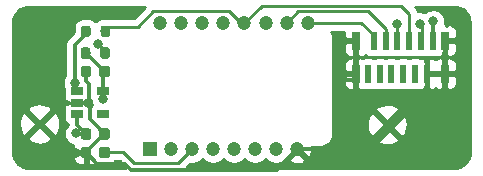
<source format=gtl>
%TF.GenerationSoftware,KiCad,Pcbnew,(5.1.4)-1*%
%TF.CreationDate,2025-05-10T17:32:09-04:00*%
%TF.ProjectId,PMW3360,504d5733-3336-4302-9e6b-696361645f70,rev?*%
%TF.SameCoordinates,Original*%
%TF.FileFunction,Copper,L1,Top*%
%TF.FilePolarity,Positive*%
%FSLAX46Y46*%
G04 Gerber Fmt 4.6, Leading zero omitted, Abs format (unit mm)*
G04 Created by KiCad (PCBNEW (5.1.4)-1) date 2025-05-10 17:32:09*
%MOMM*%
%LPD*%
G04 APERTURE LIST*
%ADD10R,0.800000X1.500000*%
%ADD11R,0.600000X1.500000*%
%ADD12C,1.200000*%
%ADD13R,1.200000X1.200000*%
%ADD14R,1.060000X0.650000*%
%ADD15C,0.100000*%
%ADD16C,0.800000*%
%ADD17C,0.900000*%
%ADD18C,0.375000*%
%ADD19C,0.250000*%
%ADD20C,0.254000*%
G04 APERTURE END LIST*
D10*
X170850000Y-103800000D03*
X170850000Y-101000000D03*
X178350000Y-103800000D03*
X178350000Y-101000000D03*
D11*
X171850000Y-103800000D03*
X172350000Y-101000000D03*
X172850000Y-103800000D03*
X173350000Y-101000000D03*
X173850000Y-103800000D03*
X174350000Y-101000000D03*
X174850000Y-103800000D03*
X175350000Y-101000000D03*
X175850000Y-103800000D03*
X176350000Y-101000000D03*
X176850000Y-103800000D03*
X177350000Y-101000000D03*
D12*
X166750000Y-99500000D03*
X164970000Y-99500000D03*
X163190000Y-99500000D03*
X161410000Y-99500000D03*
X159630000Y-99500000D03*
X157850000Y-99500000D03*
X156070000Y-99500000D03*
X154290000Y-99500000D03*
X165860000Y-110200000D03*
X164080000Y-110200000D03*
X162300000Y-110200000D03*
X160520000Y-110200000D03*
X158740000Y-110200000D03*
X156960000Y-110200000D03*
X155180000Y-110200000D03*
D13*
X153400000Y-110200000D03*
D14*
X149455000Y-105300000D03*
X149455000Y-107200000D03*
X147255000Y-107200000D03*
X147255000Y-106250000D03*
X147255000Y-105300000D03*
D15*
G36*
X149844603Y-99725963D02*
G01*
X149864018Y-99728843D01*
X149883057Y-99733612D01*
X149901537Y-99740224D01*
X149919279Y-99748616D01*
X149936114Y-99758706D01*
X149951879Y-99770398D01*
X149966421Y-99783579D01*
X149979602Y-99798121D01*
X149991294Y-99813886D01*
X150001384Y-99830721D01*
X150009776Y-99848463D01*
X150016388Y-99866943D01*
X150021157Y-99885982D01*
X150024037Y-99905397D01*
X150025000Y-99925000D01*
X150025000Y-100475000D01*
X150024037Y-100494603D01*
X150021157Y-100514018D01*
X150016388Y-100533057D01*
X150009776Y-100551537D01*
X150001384Y-100569279D01*
X149991294Y-100586114D01*
X149979602Y-100601879D01*
X149966421Y-100616421D01*
X149951879Y-100629602D01*
X149936114Y-100641294D01*
X149919279Y-100651384D01*
X149901537Y-100659776D01*
X149883057Y-100666388D01*
X149864018Y-100671157D01*
X149844603Y-100674037D01*
X149825000Y-100675000D01*
X149425000Y-100675000D01*
X149405397Y-100674037D01*
X149385982Y-100671157D01*
X149366943Y-100666388D01*
X149348463Y-100659776D01*
X149330721Y-100651384D01*
X149313886Y-100641294D01*
X149298121Y-100629602D01*
X149283579Y-100616421D01*
X149270398Y-100601879D01*
X149258706Y-100586114D01*
X149248616Y-100569279D01*
X149240224Y-100551537D01*
X149233612Y-100533057D01*
X149228843Y-100514018D01*
X149225963Y-100494603D01*
X149225000Y-100475000D01*
X149225000Y-99925000D01*
X149225963Y-99905397D01*
X149228843Y-99885982D01*
X149233612Y-99866943D01*
X149240224Y-99848463D01*
X149248616Y-99830721D01*
X149258706Y-99813886D01*
X149270398Y-99798121D01*
X149283579Y-99783579D01*
X149298121Y-99770398D01*
X149313886Y-99758706D01*
X149330721Y-99748616D01*
X149348463Y-99740224D01*
X149366943Y-99733612D01*
X149385982Y-99728843D01*
X149405397Y-99725963D01*
X149425000Y-99725000D01*
X149825000Y-99725000D01*
X149844603Y-99725963D01*
X149844603Y-99725963D01*
G37*
D16*
X149625000Y-100200000D03*
D15*
G36*
X148194603Y-99725963D02*
G01*
X148214018Y-99728843D01*
X148233057Y-99733612D01*
X148251537Y-99740224D01*
X148269279Y-99748616D01*
X148286114Y-99758706D01*
X148301879Y-99770398D01*
X148316421Y-99783579D01*
X148329602Y-99798121D01*
X148341294Y-99813886D01*
X148351384Y-99830721D01*
X148359776Y-99848463D01*
X148366388Y-99866943D01*
X148371157Y-99885982D01*
X148374037Y-99905397D01*
X148375000Y-99925000D01*
X148375000Y-100475000D01*
X148374037Y-100494603D01*
X148371157Y-100514018D01*
X148366388Y-100533057D01*
X148359776Y-100551537D01*
X148351384Y-100569279D01*
X148341294Y-100586114D01*
X148329602Y-100601879D01*
X148316421Y-100616421D01*
X148301879Y-100629602D01*
X148286114Y-100641294D01*
X148269279Y-100651384D01*
X148251537Y-100659776D01*
X148233057Y-100666388D01*
X148214018Y-100671157D01*
X148194603Y-100674037D01*
X148175000Y-100675000D01*
X147775000Y-100675000D01*
X147755397Y-100674037D01*
X147735982Y-100671157D01*
X147716943Y-100666388D01*
X147698463Y-100659776D01*
X147680721Y-100651384D01*
X147663886Y-100641294D01*
X147648121Y-100629602D01*
X147633579Y-100616421D01*
X147620398Y-100601879D01*
X147608706Y-100586114D01*
X147598616Y-100569279D01*
X147590224Y-100551537D01*
X147583612Y-100533057D01*
X147578843Y-100514018D01*
X147575963Y-100494603D01*
X147575000Y-100475000D01*
X147575000Y-99925000D01*
X147575963Y-99905397D01*
X147578843Y-99885982D01*
X147583612Y-99866943D01*
X147590224Y-99848463D01*
X147598616Y-99830721D01*
X147608706Y-99813886D01*
X147620398Y-99798121D01*
X147633579Y-99783579D01*
X147648121Y-99770398D01*
X147663886Y-99758706D01*
X147680721Y-99748616D01*
X147698463Y-99740224D01*
X147716943Y-99733612D01*
X147735982Y-99728843D01*
X147755397Y-99725963D01*
X147775000Y-99725000D01*
X148175000Y-99725000D01*
X148194603Y-99725963D01*
X148194603Y-99725963D01*
G37*
D16*
X147975000Y-100200000D03*
D15*
G36*
X149819603Y-101575963D02*
G01*
X149839018Y-101578843D01*
X149858057Y-101583612D01*
X149876537Y-101590224D01*
X149894279Y-101598616D01*
X149911114Y-101608706D01*
X149926879Y-101620398D01*
X149941421Y-101633579D01*
X149954602Y-101648121D01*
X149966294Y-101663886D01*
X149976384Y-101680721D01*
X149984776Y-101698463D01*
X149991388Y-101716943D01*
X149996157Y-101735982D01*
X149999037Y-101755397D01*
X150000000Y-101775000D01*
X150000000Y-102325000D01*
X149999037Y-102344603D01*
X149996157Y-102364018D01*
X149991388Y-102383057D01*
X149984776Y-102401537D01*
X149976384Y-102419279D01*
X149966294Y-102436114D01*
X149954602Y-102451879D01*
X149941421Y-102466421D01*
X149926879Y-102479602D01*
X149911114Y-102491294D01*
X149894279Y-102501384D01*
X149876537Y-102509776D01*
X149858057Y-102516388D01*
X149839018Y-102521157D01*
X149819603Y-102524037D01*
X149800000Y-102525000D01*
X149400000Y-102525000D01*
X149380397Y-102524037D01*
X149360982Y-102521157D01*
X149341943Y-102516388D01*
X149323463Y-102509776D01*
X149305721Y-102501384D01*
X149288886Y-102491294D01*
X149273121Y-102479602D01*
X149258579Y-102466421D01*
X149245398Y-102451879D01*
X149233706Y-102436114D01*
X149223616Y-102419279D01*
X149215224Y-102401537D01*
X149208612Y-102383057D01*
X149203843Y-102364018D01*
X149200963Y-102344603D01*
X149200000Y-102325000D01*
X149200000Y-101775000D01*
X149200963Y-101755397D01*
X149203843Y-101735982D01*
X149208612Y-101716943D01*
X149215224Y-101698463D01*
X149223616Y-101680721D01*
X149233706Y-101663886D01*
X149245398Y-101648121D01*
X149258579Y-101633579D01*
X149273121Y-101620398D01*
X149288886Y-101608706D01*
X149305721Y-101598616D01*
X149323463Y-101590224D01*
X149341943Y-101583612D01*
X149360982Y-101578843D01*
X149380397Y-101575963D01*
X149400000Y-101575000D01*
X149800000Y-101575000D01*
X149819603Y-101575963D01*
X149819603Y-101575963D01*
G37*
D16*
X149600000Y-102050000D03*
D15*
G36*
X148169603Y-101575963D02*
G01*
X148189018Y-101578843D01*
X148208057Y-101583612D01*
X148226537Y-101590224D01*
X148244279Y-101598616D01*
X148261114Y-101608706D01*
X148276879Y-101620398D01*
X148291421Y-101633579D01*
X148304602Y-101648121D01*
X148316294Y-101663886D01*
X148326384Y-101680721D01*
X148334776Y-101698463D01*
X148341388Y-101716943D01*
X148346157Y-101735982D01*
X148349037Y-101755397D01*
X148350000Y-101775000D01*
X148350000Y-102325000D01*
X148349037Y-102344603D01*
X148346157Y-102364018D01*
X148341388Y-102383057D01*
X148334776Y-102401537D01*
X148326384Y-102419279D01*
X148316294Y-102436114D01*
X148304602Y-102451879D01*
X148291421Y-102466421D01*
X148276879Y-102479602D01*
X148261114Y-102491294D01*
X148244279Y-102501384D01*
X148226537Y-102509776D01*
X148208057Y-102516388D01*
X148189018Y-102521157D01*
X148169603Y-102524037D01*
X148150000Y-102525000D01*
X147750000Y-102525000D01*
X147730397Y-102524037D01*
X147710982Y-102521157D01*
X147691943Y-102516388D01*
X147673463Y-102509776D01*
X147655721Y-102501384D01*
X147638886Y-102491294D01*
X147623121Y-102479602D01*
X147608579Y-102466421D01*
X147595398Y-102451879D01*
X147583706Y-102436114D01*
X147573616Y-102419279D01*
X147565224Y-102401537D01*
X147558612Y-102383057D01*
X147553843Y-102364018D01*
X147550963Y-102344603D01*
X147550000Y-102325000D01*
X147550000Y-101775000D01*
X147550963Y-101755397D01*
X147553843Y-101735982D01*
X147558612Y-101716943D01*
X147565224Y-101698463D01*
X147573616Y-101680721D01*
X147583706Y-101663886D01*
X147595398Y-101648121D01*
X147608579Y-101633579D01*
X147623121Y-101620398D01*
X147638886Y-101608706D01*
X147655721Y-101598616D01*
X147673463Y-101590224D01*
X147691943Y-101583612D01*
X147710982Y-101578843D01*
X147730397Y-101575963D01*
X147750000Y-101575000D01*
X148150000Y-101575000D01*
X148169603Y-101575963D01*
X148169603Y-101575963D01*
G37*
D16*
X147950000Y-102050000D03*
D15*
G36*
X148247054Y-109976083D02*
G01*
X148268895Y-109979323D01*
X148290314Y-109984688D01*
X148311104Y-109992127D01*
X148331064Y-110001568D01*
X148350003Y-110012919D01*
X148367738Y-110026073D01*
X148384099Y-110040901D01*
X148398927Y-110057262D01*
X148412081Y-110074997D01*
X148423432Y-110093936D01*
X148432873Y-110113896D01*
X148440312Y-110134686D01*
X148445677Y-110156105D01*
X148448917Y-110177946D01*
X148450000Y-110200000D01*
X148450000Y-110700000D01*
X148448917Y-110722054D01*
X148445677Y-110743895D01*
X148440312Y-110765314D01*
X148432873Y-110786104D01*
X148423432Y-110806064D01*
X148412081Y-110825003D01*
X148398927Y-110842738D01*
X148384099Y-110859099D01*
X148367738Y-110873927D01*
X148350003Y-110887081D01*
X148331064Y-110898432D01*
X148311104Y-110907873D01*
X148290314Y-110915312D01*
X148268895Y-110920677D01*
X148247054Y-110923917D01*
X148225000Y-110925000D01*
X147775000Y-110925000D01*
X147752946Y-110923917D01*
X147731105Y-110920677D01*
X147709686Y-110915312D01*
X147688896Y-110907873D01*
X147668936Y-110898432D01*
X147649997Y-110887081D01*
X147632262Y-110873927D01*
X147615901Y-110859099D01*
X147601073Y-110842738D01*
X147587919Y-110825003D01*
X147576568Y-110806064D01*
X147567127Y-110786104D01*
X147559688Y-110765314D01*
X147554323Y-110743895D01*
X147551083Y-110722054D01*
X147550000Y-110700000D01*
X147550000Y-110200000D01*
X147551083Y-110177946D01*
X147554323Y-110156105D01*
X147559688Y-110134686D01*
X147567127Y-110113896D01*
X147576568Y-110093936D01*
X147587919Y-110074997D01*
X147601073Y-110057262D01*
X147615901Y-110040901D01*
X147632262Y-110026073D01*
X147649997Y-110012919D01*
X147668936Y-110001568D01*
X147688896Y-109992127D01*
X147709686Y-109984688D01*
X147731105Y-109979323D01*
X147752946Y-109976083D01*
X147775000Y-109975000D01*
X148225000Y-109975000D01*
X148247054Y-109976083D01*
X148247054Y-109976083D01*
G37*
D17*
X148000000Y-110450000D03*
D15*
G36*
X149797054Y-109976083D02*
G01*
X149818895Y-109979323D01*
X149840314Y-109984688D01*
X149861104Y-109992127D01*
X149881064Y-110001568D01*
X149900003Y-110012919D01*
X149917738Y-110026073D01*
X149934099Y-110040901D01*
X149948927Y-110057262D01*
X149962081Y-110074997D01*
X149973432Y-110093936D01*
X149982873Y-110113896D01*
X149990312Y-110134686D01*
X149995677Y-110156105D01*
X149998917Y-110177946D01*
X150000000Y-110200000D01*
X150000000Y-110700000D01*
X149998917Y-110722054D01*
X149995677Y-110743895D01*
X149990312Y-110765314D01*
X149982873Y-110786104D01*
X149973432Y-110806064D01*
X149962081Y-110825003D01*
X149948927Y-110842738D01*
X149934099Y-110859099D01*
X149917738Y-110873927D01*
X149900003Y-110887081D01*
X149881064Y-110898432D01*
X149861104Y-110907873D01*
X149840314Y-110915312D01*
X149818895Y-110920677D01*
X149797054Y-110923917D01*
X149775000Y-110925000D01*
X149325000Y-110925000D01*
X149302946Y-110923917D01*
X149281105Y-110920677D01*
X149259686Y-110915312D01*
X149238896Y-110907873D01*
X149218936Y-110898432D01*
X149199997Y-110887081D01*
X149182262Y-110873927D01*
X149165901Y-110859099D01*
X149151073Y-110842738D01*
X149137919Y-110825003D01*
X149126568Y-110806064D01*
X149117127Y-110786104D01*
X149109688Y-110765314D01*
X149104323Y-110743895D01*
X149101083Y-110722054D01*
X149100000Y-110700000D01*
X149100000Y-110200000D01*
X149101083Y-110177946D01*
X149104323Y-110156105D01*
X149109688Y-110134686D01*
X149117127Y-110113896D01*
X149126568Y-110093936D01*
X149137919Y-110074997D01*
X149151073Y-110057262D01*
X149165901Y-110040901D01*
X149182262Y-110026073D01*
X149199997Y-110012919D01*
X149218936Y-110001568D01*
X149238896Y-109992127D01*
X149259686Y-109984688D01*
X149281105Y-109979323D01*
X149302946Y-109976083D01*
X149325000Y-109975000D01*
X149775000Y-109975000D01*
X149797054Y-109976083D01*
X149797054Y-109976083D01*
G37*
D17*
X149550000Y-110450000D03*
D15*
G36*
X148247054Y-103126083D02*
G01*
X148268895Y-103129323D01*
X148290314Y-103134688D01*
X148311104Y-103142127D01*
X148331064Y-103151568D01*
X148350003Y-103162919D01*
X148367738Y-103176073D01*
X148384099Y-103190901D01*
X148398927Y-103207262D01*
X148412081Y-103224997D01*
X148423432Y-103243936D01*
X148432873Y-103263896D01*
X148440312Y-103284686D01*
X148445677Y-103306105D01*
X148448917Y-103327946D01*
X148450000Y-103350000D01*
X148450000Y-103850000D01*
X148448917Y-103872054D01*
X148445677Y-103893895D01*
X148440312Y-103915314D01*
X148432873Y-103936104D01*
X148423432Y-103956064D01*
X148412081Y-103975003D01*
X148398927Y-103992738D01*
X148384099Y-104009099D01*
X148367738Y-104023927D01*
X148350003Y-104037081D01*
X148331064Y-104048432D01*
X148311104Y-104057873D01*
X148290314Y-104065312D01*
X148268895Y-104070677D01*
X148247054Y-104073917D01*
X148225000Y-104075000D01*
X147775000Y-104075000D01*
X147752946Y-104073917D01*
X147731105Y-104070677D01*
X147709686Y-104065312D01*
X147688896Y-104057873D01*
X147668936Y-104048432D01*
X147649997Y-104037081D01*
X147632262Y-104023927D01*
X147615901Y-104009099D01*
X147601073Y-103992738D01*
X147587919Y-103975003D01*
X147576568Y-103956064D01*
X147567127Y-103936104D01*
X147559688Y-103915314D01*
X147554323Y-103893895D01*
X147551083Y-103872054D01*
X147550000Y-103850000D01*
X147550000Y-103350000D01*
X147551083Y-103327946D01*
X147554323Y-103306105D01*
X147559688Y-103284686D01*
X147567127Y-103263896D01*
X147576568Y-103243936D01*
X147587919Y-103224997D01*
X147601073Y-103207262D01*
X147615901Y-103190901D01*
X147632262Y-103176073D01*
X147649997Y-103162919D01*
X147668936Y-103151568D01*
X147688896Y-103142127D01*
X147709686Y-103134688D01*
X147731105Y-103129323D01*
X147752946Y-103126083D01*
X147775000Y-103125000D01*
X148225000Y-103125000D01*
X148247054Y-103126083D01*
X148247054Y-103126083D01*
G37*
D17*
X148000000Y-103600000D03*
D15*
G36*
X149797054Y-103126083D02*
G01*
X149818895Y-103129323D01*
X149840314Y-103134688D01*
X149861104Y-103142127D01*
X149881064Y-103151568D01*
X149900003Y-103162919D01*
X149917738Y-103176073D01*
X149934099Y-103190901D01*
X149948927Y-103207262D01*
X149962081Y-103224997D01*
X149973432Y-103243936D01*
X149982873Y-103263896D01*
X149990312Y-103284686D01*
X149995677Y-103306105D01*
X149998917Y-103327946D01*
X150000000Y-103350000D01*
X150000000Y-103850000D01*
X149998917Y-103872054D01*
X149995677Y-103893895D01*
X149990312Y-103915314D01*
X149982873Y-103936104D01*
X149973432Y-103956064D01*
X149962081Y-103975003D01*
X149948927Y-103992738D01*
X149934099Y-104009099D01*
X149917738Y-104023927D01*
X149900003Y-104037081D01*
X149881064Y-104048432D01*
X149861104Y-104057873D01*
X149840314Y-104065312D01*
X149818895Y-104070677D01*
X149797054Y-104073917D01*
X149775000Y-104075000D01*
X149325000Y-104075000D01*
X149302946Y-104073917D01*
X149281105Y-104070677D01*
X149259686Y-104065312D01*
X149238896Y-104057873D01*
X149218936Y-104048432D01*
X149199997Y-104037081D01*
X149182262Y-104023927D01*
X149165901Y-104009099D01*
X149151073Y-103992738D01*
X149137919Y-103975003D01*
X149126568Y-103956064D01*
X149117127Y-103936104D01*
X149109688Y-103915314D01*
X149104323Y-103893895D01*
X149101083Y-103872054D01*
X149100000Y-103850000D01*
X149100000Y-103350000D01*
X149101083Y-103327946D01*
X149104323Y-103306105D01*
X149109688Y-103284686D01*
X149117127Y-103263896D01*
X149126568Y-103243936D01*
X149137919Y-103224997D01*
X149151073Y-103207262D01*
X149165901Y-103190901D01*
X149182262Y-103176073D01*
X149199997Y-103162919D01*
X149218936Y-103151568D01*
X149238896Y-103142127D01*
X149259686Y-103134688D01*
X149281105Y-103129323D01*
X149302946Y-103126083D01*
X149325000Y-103125000D01*
X149775000Y-103125000D01*
X149797054Y-103126083D01*
X149797054Y-103126083D01*
G37*
D17*
X149550000Y-103600000D03*
D15*
G36*
X148247054Y-108426083D02*
G01*
X148268895Y-108429323D01*
X148290314Y-108434688D01*
X148311104Y-108442127D01*
X148331064Y-108451568D01*
X148350003Y-108462919D01*
X148367738Y-108476073D01*
X148384099Y-108490901D01*
X148398927Y-108507262D01*
X148412081Y-108524997D01*
X148423432Y-108543936D01*
X148432873Y-108563896D01*
X148440312Y-108584686D01*
X148445677Y-108606105D01*
X148448917Y-108627946D01*
X148450000Y-108650000D01*
X148450000Y-109150000D01*
X148448917Y-109172054D01*
X148445677Y-109193895D01*
X148440312Y-109215314D01*
X148432873Y-109236104D01*
X148423432Y-109256064D01*
X148412081Y-109275003D01*
X148398927Y-109292738D01*
X148384099Y-109309099D01*
X148367738Y-109323927D01*
X148350003Y-109337081D01*
X148331064Y-109348432D01*
X148311104Y-109357873D01*
X148290314Y-109365312D01*
X148268895Y-109370677D01*
X148247054Y-109373917D01*
X148225000Y-109375000D01*
X147775000Y-109375000D01*
X147752946Y-109373917D01*
X147731105Y-109370677D01*
X147709686Y-109365312D01*
X147688896Y-109357873D01*
X147668936Y-109348432D01*
X147649997Y-109337081D01*
X147632262Y-109323927D01*
X147615901Y-109309099D01*
X147601073Y-109292738D01*
X147587919Y-109275003D01*
X147576568Y-109256064D01*
X147567127Y-109236104D01*
X147559688Y-109215314D01*
X147554323Y-109193895D01*
X147551083Y-109172054D01*
X147550000Y-109150000D01*
X147550000Y-108650000D01*
X147551083Y-108627946D01*
X147554323Y-108606105D01*
X147559688Y-108584686D01*
X147567127Y-108563896D01*
X147576568Y-108543936D01*
X147587919Y-108524997D01*
X147601073Y-108507262D01*
X147615901Y-108490901D01*
X147632262Y-108476073D01*
X147649997Y-108462919D01*
X147668936Y-108451568D01*
X147688896Y-108442127D01*
X147709686Y-108434688D01*
X147731105Y-108429323D01*
X147752946Y-108426083D01*
X147775000Y-108425000D01*
X148225000Y-108425000D01*
X148247054Y-108426083D01*
X148247054Y-108426083D01*
G37*
D17*
X148000000Y-108900000D03*
D15*
G36*
X149797054Y-108426083D02*
G01*
X149818895Y-108429323D01*
X149840314Y-108434688D01*
X149861104Y-108442127D01*
X149881064Y-108451568D01*
X149900003Y-108462919D01*
X149917738Y-108476073D01*
X149934099Y-108490901D01*
X149948927Y-108507262D01*
X149962081Y-108524997D01*
X149973432Y-108543936D01*
X149982873Y-108563896D01*
X149990312Y-108584686D01*
X149995677Y-108606105D01*
X149998917Y-108627946D01*
X150000000Y-108650000D01*
X150000000Y-109150000D01*
X149998917Y-109172054D01*
X149995677Y-109193895D01*
X149990312Y-109215314D01*
X149982873Y-109236104D01*
X149973432Y-109256064D01*
X149962081Y-109275003D01*
X149948927Y-109292738D01*
X149934099Y-109309099D01*
X149917738Y-109323927D01*
X149900003Y-109337081D01*
X149881064Y-109348432D01*
X149861104Y-109357873D01*
X149840314Y-109365312D01*
X149818895Y-109370677D01*
X149797054Y-109373917D01*
X149775000Y-109375000D01*
X149325000Y-109375000D01*
X149302946Y-109373917D01*
X149281105Y-109370677D01*
X149259686Y-109365312D01*
X149238896Y-109357873D01*
X149218936Y-109348432D01*
X149199997Y-109337081D01*
X149182262Y-109323927D01*
X149165901Y-109309099D01*
X149151073Y-109292738D01*
X149137919Y-109275003D01*
X149126568Y-109256064D01*
X149117127Y-109236104D01*
X149109688Y-109215314D01*
X149104323Y-109193895D01*
X149101083Y-109172054D01*
X149100000Y-109150000D01*
X149100000Y-108650000D01*
X149101083Y-108627946D01*
X149104323Y-108606105D01*
X149109688Y-108584686D01*
X149117127Y-108563896D01*
X149126568Y-108543936D01*
X149137919Y-108524997D01*
X149151073Y-108507262D01*
X149165901Y-108490901D01*
X149182262Y-108476073D01*
X149199997Y-108462919D01*
X149218936Y-108451568D01*
X149238896Y-108442127D01*
X149259686Y-108434688D01*
X149281105Y-108429323D01*
X149302946Y-108426083D01*
X149325000Y-108425000D01*
X149775000Y-108425000D01*
X149797054Y-108426083D01*
X149797054Y-108426083D01*
G37*
D17*
X149550000Y-108900000D03*
D16*
X147150000Y-108850000D03*
X147050000Y-104600000D03*
X177380002Y-99360000D03*
X148160000Y-106250000D03*
X147171091Y-110478909D03*
X176492490Y-105750000D03*
X169700000Y-104359998D03*
X149450000Y-105950000D03*
X174350000Y-99600000D03*
X176250000Y-99550000D03*
X149000000Y-101300000D03*
D18*
X147255000Y-108155000D02*
X148000000Y-108900000D01*
X147255000Y-107200000D02*
X147255000Y-108155000D01*
X148000000Y-108900000D02*
X147200000Y-108900000D01*
X147200000Y-108900000D02*
X147150000Y-108850000D01*
X147255000Y-105300000D02*
X147184315Y-105300000D01*
X147184315Y-105300000D02*
X147050000Y-105165685D01*
X147050000Y-105165685D02*
X147050000Y-104600000D01*
X147050000Y-104600000D02*
X147050000Y-101350000D01*
X147050000Y-101350000D02*
X147950000Y-100450000D01*
X177350000Y-101000000D02*
X177350000Y-99390002D01*
X177350000Y-99390002D02*
X177380002Y-99360000D01*
X147255000Y-106250000D02*
X148160000Y-106250000D01*
X148000000Y-110450000D02*
X149550000Y-108900000D01*
X148000000Y-110450000D02*
X147200000Y-110450000D01*
X147200000Y-110450000D02*
X147171091Y-110478909D01*
X148222501Y-106187499D02*
X148160000Y-106250000D01*
X148222501Y-104624999D02*
X148222501Y-106187499D01*
X148000000Y-104402498D02*
X148222501Y-104624999D01*
X148000000Y-103600000D02*
X148000000Y-104402498D01*
X165860000Y-110200000D02*
X172000000Y-110200000D01*
X149083306Y-108433306D02*
X149550000Y-108900000D01*
X148300000Y-107650000D02*
X149083306Y-108433306D01*
X148160000Y-106250000D02*
X148300000Y-106390000D01*
X148300000Y-106390000D02*
X148300000Y-107650000D01*
X165260001Y-110799999D02*
X165860000Y-110200000D01*
X164147490Y-111912510D02*
X165260001Y-110799999D01*
X151812510Y-111912510D02*
X164147490Y-111912510D01*
X151300000Y-111400000D02*
X151812510Y-111912510D01*
X148950000Y-111400000D02*
X151300000Y-111400000D01*
X148000000Y-110450000D02*
X148950000Y-111400000D01*
X171900000Y-110100000D02*
X172000000Y-110200000D01*
X170850000Y-101000000D02*
X170850000Y-103800000D01*
X178350000Y-101000000D02*
X178350000Y-103800000D01*
X170850000Y-104925000D02*
X171675000Y-105750000D01*
X172000000Y-110200000D02*
X172042490Y-110200000D01*
X171675000Y-105750000D02*
X175926805Y-105750000D01*
X176850000Y-105392490D02*
X176492490Y-105750000D01*
X175926805Y-105750000D02*
X176492490Y-105750000D01*
X176850000Y-103800000D02*
X176850000Y-105392490D01*
X176092491Y-106149999D02*
X176492490Y-105750000D01*
X172042490Y-110200000D02*
X176092491Y-106149999D01*
X170850000Y-104680000D02*
X170850000Y-104925000D01*
X170850000Y-103800000D02*
X170850000Y-104680000D01*
X170850000Y-104680000D02*
X170529998Y-104359998D01*
X170265685Y-104359998D02*
X169700000Y-104359998D01*
X170529998Y-104359998D02*
X170265685Y-104359998D01*
X149455000Y-105300000D02*
X149455000Y-105945000D01*
X149455000Y-105945000D02*
X149450000Y-105950000D01*
X149455000Y-103695000D02*
X149550000Y-103600000D01*
X149455000Y-105300000D02*
X149455000Y-103695000D01*
X148000000Y-102050000D02*
X149550000Y-103600000D01*
X147950000Y-102050000D02*
X148000000Y-102050000D01*
D19*
X151145510Y-110450000D02*
X152045509Y-111349999D01*
X152045509Y-111349999D02*
X155810001Y-111349999D01*
X155810001Y-111349999D02*
X156360001Y-110799999D01*
X156360001Y-110799999D02*
X156960000Y-110200000D01*
X149550000Y-110450000D02*
X151145510Y-110450000D01*
X172350000Y-100550000D02*
X172350000Y-101000000D01*
X171300000Y-99500000D02*
X172350000Y-100550000D01*
X166750000Y-99500000D02*
X171300000Y-99500000D01*
X165945001Y-98524999D02*
X171874999Y-98524999D01*
X164970000Y-99500000D02*
X165945001Y-98524999D01*
X171874999Y-98524999D02*
X173350000Y-100000000D01*
X173350000Y-100000000D02*
X173350000Y-101000000D01*
X174350000Y-99600000D02*
X174350000Y-101000000D01*
X150025000Y-99800000D02*
X149625000Y-100200000D01*
X152400000Y-99800000D02*
X150025000Y-99800000D01*
X153675001Y-98524999D02*
X152400000Y-99800000D01*
X160098001Y-98524999D02*
X153675001Y-98524999D01*
X161410000Y-99500000D02*
X161073002Y-99500000D01*
X161073002Y-99500000D02*
X160098001Y-98524999D01*
X162885011Y-98024989D02*
X174674989Y-98024989D01*
X161410000Y-99500000D02*
X162885011Y-98024989D01*
X174674989Y-98024989D02*
X175350000Y-98700000D01*
X175350000Y-98700000D02*
X175350000Y-100000000D01*
X175350000Y-100000000D02*
X175350000Y-101000000D01*
X176400000Y-100950000D02*
X176350000Y-101000000D01*
X176250000Y-99500000D02*
X176400000Y-99650000D01*
X176400000Y-99650000D02*
X176400000Y-100950000D01*
D18*
X149600000Y-102050000D02*
X149600000Y-101900000D01*
X149600000Y-101900000D02*
X149000000Y-101300000D01*
D20*
G36*
X179409659Y-98138625D02*
G01*
X179659429Y-98214035D01*
X179889792Y-98336522D01*
X180091980Y-98501422D01*
X180258286Y-98702450D01*
X180382378Y-98931954D01*
X180459531Y-99181195D01*
X180490000Y-99471089D01*
X180490001Y-110417711D01*
X180461375Y-110709660D01*
X180385965Y-110959429D01*
X180263477Y-111189794D01*
X180098579Y-111391979D01*
X179897546Y-111558288D01*
X179668046Y-111682378D01*
X179418805Y-111759531D01*
X179128911Y-111790000D01*
X156444801Y-111790000D01*
X156806200Y-111428602D01*
X156838363Y-111435000D01*
X157081637Y-111435000D01*
X157320236Y-111387540D01*
X157544992Y-111294443D01*
X157747267Y-111159287D01*
X157850000Y-111056554D01*
X157952733Y-111159287D01*
X158155008Y-111294443D01*
X158379764Y-111387540D01*
X158618363Y-111435000D01*
X158861637Y-111435000D01*
X159100236Y-111387540D01*
X159324992Y-111294443D01*
X159527267Y-111159287D01*
X159630000Y-111056554D01*
X159732733Y-111159287D01*
X159935008Y-111294443D01*
X160159764Y-111387540D01*
X160398363Y-111435000D01*
X160641637Y-111435000D01*
X160880236Y-111387540D01*
X161104992Y-111294443D01*
X161307267Y-111159287D01*
X161410000Y-111056554D01*
X161512733Y-111159287D01*
X161715008Y-111294443D01*
X161939764Y-111387540D01*
X162178363Y-111435000D01*
X162421637Y-111435000D01*
X162660236Y-111387540D01*
X162884992Y-111294443D01*
X163087267Y-111159287D01*
X163190000Y-111056554D01*
X163292733Y-111159287D01*
X163495008Y-111294443D01*
X163719764Y-111387540D01*
X163958363Y-111435000D01*
X164201637Y-111435000D01*
X164440236Y-111387540D01*
X164664992Y-111294443D01*
X164867267Y-111159287D01*
X164976790Y-111049764D01*
X165189841Y-111049764D01*
X165237148Y-111273348D01*
X165458516Y-111374237D01*
X165695313Y-111430000D01*
X165938438Y-111438495D01*
X166178549Y-111399395D01*
X166406418Y-111314202D01*
X166482852Y-111273348D01*
X166530159Y-111049764D01*
X165860000Y-110379605D01*
X165189841Y-111049764D01*
X164976790Y-111049764D01*
X165039287Y-110987267D01*
X165174443Y-110784992D01*
X165230333Y-110650062D01*
X165680395Y-110200000D01*
X165666253Y-110185858D01*
X165842110Y-110010000D01*
X165849605Y-110010000D01*
X165860000Y-110020395D01*
X165870395Y-110010000D01*
X165877890Y-110010000D01*
X166053748Y-110185858D01*
X166039605Y-110200000D01*
X166709764Y-110870159D01*
X166933348Y-110822852D01*
X167034237Y-110601484D01*
X167090000Y-110364687D01*
X167098495Y-110121562D01*
X167080328Y-110010000D01*
X167782419Y-110010000D01*
X167810329Y-110007251D01*
X167813308Y-110007272D01*
X167822479Y-110006373D01*
X167870648Y-110001310D01*
X167879383Y-110000450D01*
X167879674Y-110000362D01*
X167919527Y-109996173D01*
X167978152Y-109984139D01*
X168036884Y-109972936D01*
X168045706Y-109970272D01*
X168138925Y-109941416D01*
X168194075Y-109918233D01*
X168249537Y-109895825D01*
X168257666Y-109891502D01*
X168257670Y-109891500D01*
X168257673Y-109891498D01*
X168343511Y-109845086D01*
X168393098Y-109811638D01*
X168443156Y-109778881D01*
X168450297Y-109773057D01*
X168525486Y-109710855D01*
X168567639Y-109668406D01*
X168610371Y-109626561D01*
X168616245Y-109619460D01*
X168677921Y-109543840D01*
X168711052Y-109493975D01*
X168744825Y-109444650D01*
X168749208Y-109436544D01*
X168795020Y-109350383D01*
X168813019Y-109306712D01*
X172462893Y-109306712D01*
X172570726Y-109581338D01*
X172877384Y-109732216D01*
X173207585Y-109820369D01*
X173548639Y-109842409D01*
X173887439Y-109797489D01*
X174210966Y-109687336D01*
X174409274Y-109581338D01*
X174517107Y-109306712D01*
X173490000Y-108279605D01*
X172462893Y-109306712D01*
X168813019Y-109306712D01*
X168817809Y-109295091D01*
X168841378Y-109240102D01*
X168844103Y-109231299D01*
X168872308Y-109137881D01*
X168883933Y-109079174D01*
X168896365Y-109020684D01*
X168897327Y-109011530D01*
X168897328Y-109011524D01*
X168897328Y-109011519D01*
X168906850Y-108914402D01*
X168910000Y-108882419D01*
X168910000Y-108158639D01*
X171747591Y-108158639D01*
X171792511Y-108497439D01*
X171902664Y-108820966D01*
X172008662Y-109019274D01*
X172283288Y-109127107D01*
X173310395Y-108100000D01*
X173669605Y-108100000D01*
X174696712Y-109127107D01*
X174971338Y-109019274D01*
X175122216Y-108712616D01*
X175210369Y-108382415D01*
X175232409Y-108041361D01*
X175187489Y-107702561D01*
X175077336Y-107379034D01*
X174971338Y-107180726D01*
X174696712Y-107072893D01*
X173669605Y-108100000D01*
X173310395Y-108100000D01*
X172283288Y-107072893D01*
X172008662Y-107180726D01*
X171857784Y-107487384D01*
X171769631Y-107817585D01*
X171747591Y-108158639D01*
X168910000Y-108158639D01*
X168910000Y-106893288D01*
X172462893Y-106893288D01*
X173490000Y-107920395D01*
X174517107Y-106893288D01*
X174409274Y-106618662D01*
X174102616Y-106467784D01*
X173772415Y-106379631D01*
X173431361Y-106357591D01*
X173092561Y-106402511D01*
X172769034Y-106512664D01*
X172570726Y-106618662D01*
X172462893Y-106893288D01*
X168910000Y-106893288D01*
X168910000Y-104550000D01*
X169811928Y-104550000D01*
X169824188Y-104674482D01*
X169860498Y-104794180D01*
X169919463Y-104904494D01*
X169998815Y-105001185D01*
X170095506Y-105080537D01*
X170205820Y-105139502D01*
X170325518Y-105175812D01*
X170450000Y-105188072D01*
X170564250Y-105185000D01*
X170723000Y-105026250D01*
X170723000Y-103927000D01*
X169973750Y-103927000D01*
X169815000Y-104085750D01*
X169811928Y-104550000D01*
X168910000Y-104550000D01*
X168910000Y-103050000D01*
X169811928Y-103050000D01*
X169815000Y-103514250D01*
X169973750Y-103673000D01*
X170723000Y-103673000D01*
X170723000Y-103050000D01*
X170911928Y-103050000D01*
X170911928Y-104550000D01*
X170924188Y-104674482D01*
X170960498Y-104794180D01*
X170977000Y-104825053D01*
X170977000Y-105026250D01*
X171135750Y-105185000D01*
X171250000Y-105188072D01*
X171374482Y-105175812D01*
X171400000Y-105168071D01*
X171425518Y-105175812D01*
X171550000Y-105188072D01*
X172150000Y-105188072D01*
X172274482Y-105175812D01*
X172350000Y-105152904D01*
X172425518Y-105175812D01*
X172550000Y-105188072D01*
X173150000Y-105188072D01*
X173274482Y-105175812D01*
X173350000Y-105152904D01*
X173425518Y-105175812D01*
X173550000Y-105188072D01*
X174150000Y-105188072D01*
X174274482Y-105175812D01*
X174350000Y-105152904D01*
X174425518Y-105175812D01*
X174550000Y-105188072D01*
X175150000Y-105188072D01*
X175274482Y-105175812D01*
X175350000Y-105152904D01*
X175425518Y-105175812D01*
X175550000Y-105188072D01*
X176150000Y-105188072D01*
X176274482Y-105175812D01*
X176350000Y-105152904D01*
X176425518Y-105175812D01*
X176550000Y-105188072D01*
X176564250Y-105185000D01*
X176723000Y-105026250D01*
X176723000Y-104825053D01*
X176739502Y-104794180D01*
X176775812Y-104674482D01*
X176788072Y-104550000D01*
X176788072Y-103927000D01*
X176977000Y-103927000D01*
X176977000Y-105026250D01*
X177135750Y-105185000D01*
X177150000Y-105188072D01*
X177274482Y-105175812D01*
X177394180Y-105139502D01*
X177504494Y-105080537D01*
X177550000Y-105043191D01*
X177595506Y-105080537D01*
X177705820Y-105139502D01*
X177825518Y-105175812D01*
X177950000Y-105188072D01*
X178064250Y-105185000D01*
X178223000Y-105026250D01*
X178223000Y-103927000D01*
X178477000Y-103927000D01*
X178477000Y-105026250D01*
X178635750Y-105185000D01*
X178750000Y-105188072D01*
X178874482Y-105175812D01*
X178994180Y-105139502D01*
X179104494Y-105080537D01*
X179201185Y-105001185D01*
X179280537Y-104904494D01*
X179339502Y-104794180D01*
X179375812Y-104674482D01*
X179388072Y-104550000D01*
X179385000Y-104085750D01*
X179226250Y-103927000D01*
X178477000Y-103927000D01*
X178223000Y-103927000D01*
X176977000Y-103927000D01*
X176788072Y-103927000D01*
X176788072Y-103050000D01*
X176775812Y-102925518D01*
X176739502Y-102805820D01*
X176723000Y-102774947D01*
X176723000Y-102573750D01*
X176977000Y-102573750D01*
X176977000Y-103673000D01*
X178223000Y-103673000D01*
X178223000Y-102573750D01*
X178477000Y-102573750D01*
X178477000Y-103673000D01*
X179226250Y-103673000D01*
X179385000Y-103514250D01*
X179388072Y-103050000D01*
X179375812Y-102925518D01*
X179339502Y-102805820D01*
X179280537Y-102695506D01*
X179201185Y-102598815D01*
X179104494Y-102519463D01*
X178994180Y-102460498D01*
X178874482Y-102424188D01*
X178750000Y-102411928D01*
X178635750Y-102415000D01*
X178477000Y-102573750D01*
X178223000Y-102573750D01*
X178064250Y-102415000D01*
X177950000Y-102411928D01*
X177825518Y-102424188D01*
X177705820Y-102460498D01*
X177595506Y-102519463D01*
X177550000Y-102556809D01*
X177504494Y-102519463D01*
X177394180Y-102460498D01*
X177274482Y-102424188D01*
X177150000Y-102411928D01*
X177135750Y-102415000D01*
X176977000Y-102573750D01*
X176723000Y-102573750D01*
X176564250Y-102415000D01*
X176550000Y-102411928D01*
X176425518Y-102424188D01*
X176350000Y-102447096D01*
X176274482Y-102424188D01*
X176150000Y-102411928D01*
X175550000Y-102411928D01*
X175425518Y-102424188D01*
X175350000Y-102447096D01*
X175274482Y-102424188D01*
X175150000Y-102411928D01*
X174550000Y-102411928D01*
X174425518Y-102424188D01*
X174350000Y-102447096D01*
X174274482Y-102424188D01*
X174150000Y-102411928D01*
X173550000Y-102411928D01*
X173425518Y-102424188D01*
X173350000Y-102447096D01*
X173274482Y-102424188D01*
X173150000Y-102411928D01*
X172550000Y-102411928D01*
X172425518Y-102424188D01*
X172350000Y-102447096D01*
X172274482Y-102424188D01*
X172150000Y-102411928D01*
X171550000Y-102411928D01*
X171425518Y-102424188D01*
X171400000Y-102431929D01*
X171374482Y-102424188D01*
X171250000Y-102411928D01*
X171135750Y-102415000D01*
X170977000Y-102573750D01*
X170977000Y-102774947D01*
X170960498Y-102805820D01*
X170924188Y-102925518D01*
X170911928Y-103050000D01*
X170723000Y-103050000D01*
X170723000Y-102573750D01*
X170564250Y-102415000D01*
X170450000Y-102411928D01*
X170325518Y-102424188D01*
X170205820Y-102460498D01*
X170095506Y-102519463D01*
X169998815Y-102598815D01*
X169919463Y-102695506D01*
X169860498Y-102805820D01*
X169824188Y-102925518D01*
X169811928Y-103050000D01*
X168910000Y-103050000D01*
X168910000Y-101750000D01*
X169811928Y-101750000D01*
X169824188Y-101874482D01*
X169860498Y-101994180D01*
X169919463Y-102104494D01*
X169998815Y-102201185D01*
X170095506Y-102280537D01*
X170205820Y-102339502D01*
X170325518Y-102375812D01*
X170450000Y-102388072D01*
X170564250Y-102385000D01*
X170723000Y-102226250D01*
X170723000Y-101127000D01*
X169973750Y-101127000D01*
X169815000Y-101285750D01*
X169811928Y-101750000D01*
X168910000Y-101750000D01*
X168910000Y-100817581D01*
X168907251Y-100789671D01*
X168907272Y-100786693D01*
X168906373Y-100777522D01*
X168901311Y-100729360D01*
X168900450Y-100720617D01*
X168900362Y-100720325D01*
X168896173Y-100680473D01*
X168884140Y-100621854D01*
X168872936Y-100563116D01*
X168870272Y-100554294D01*
X168841416Y-100461075D01*
X168818238Y-100405937D01*
X168795825Y-100350463D01*
X168791498Y-100342327D01*
X168746983Y-100260000D01*
X169811994Y-100260000D01*
X169815000Y-100714250D01*
X169973750Y-100873000D01*
X170723000Y-100873000D01*
X170723000Y-100853000D01*
X170977000Y-100853000D01*
X170977000Y-100873000D01*
X170997000Y-100873000D01*
X170997000Y-101127000D01*
X170977000Y-101127000D01*
X170977000Y-102226250D01*
X171135750Y-102385000D01*
X171250000Y-102388072D01*
X171374482Y-102375812D01*
X171494180Y-102339502D01*
X171604494Y-102280537D01*
X171650000Y-102243191D01*
X171695506Y-102280537D01*
X171805820Y-102339502D01*
X171925518Y-102375812D01*
X172050000Y-102388072D01*
X172650000Y-102388072D01*
X172774482Y-102375812D01*
X172850000Y-102352904D01*
X172925518Y-102375812D01*
X173050000Y-102388072D01*
X173650000Y-102388072D01*
X173774482Y-102375812D01*
X173850000Y-102352904D01*
X173925518Y-102375812D01*
X174050000Y-102388072D01*
X174650000Y-102388072D01*
X174774482Y-102375812D01*
X174850000Y-102352904D01*
X174925518Y-102375812D01*
X175050000Y-102388072D01*
X175650000Y-102388072D01*
X175774482Y-102375812D01*
X175850000Y-102352904D01*
X175925518Y-102375812D01*
X176050000Y-102388072D01*
X176650000Y-102388072D01*
X176774482Y-102375812D01*
X176850000Y-102352904D01*
X176925518Y-102375812D01*
X177050000Y-102388072D01*
X177650000Y-102388072D01*
X177774482Y-102375812D01*
X177800000Y-102368071D01*
X177825518Y-102375812D01*
X177950000Y-102388072D01*
X178064250Y-102385000D01*
X178223000Y-102226250D01*
X178223000Y-102025053D01*
X178239502Y-101994180D01*
X178275812Y-101874482D01*
X178288072Y-101750000D01*
X178288072Y-101127000D01*
X178477000Y-101127000D01*
X178477000Y-102226250D01*
X178635750Y-102385000D01*
X178750000Y-102388072D01*
X178874482Y-102375812D01*
X178994180Y-102339502D01*
X179104494Y-102280537D01*
X179201185Y-102201185D01*
X179280537Y-102104494D01*
X179339502Y-101994180D01*
X179375812Y-101874482D01*
X179388072Y-101750000D01*
X179385000Y-101285750D01*
X179226250Y-101127000D01*
X178477000Y-101127000D01*
X178288072Y-101127000D01*
X178288072Y-100853000D01*
X178477000Y-100853000D01*
X178477000Y-100873000D01*
X179226250Y-100873000D01*
X179385000Y-100714250D01*
X179388072Y-100250000D01*
X179375812Y-100125518D01*
X179339502Y-100005820D01*
X179280537Y-99895506D01*
X179201185Y-99798815D01*
X179104494Y-99719463D01*
X178994180Y-99660498D01*
X178874482Y-99624188D01*
X178750000Y-99611928D01*
X178635750Y-99615000D01*
X178477002Y-99773748D01*
X178477002Y-99615000D01*
X178384557Y-99615000D01*
X178415002Y-99461939D01*
X178415002Y-99258061D01*
X178375228Y-99058102D01*
X178297207Y-98869744D01*
X178183939Y-98700226D01*
X178039776Y-98556063D01*
X177870258Y-98442795D01*
X177681900Y-98364774D01*
X177481941Y-98325000D01*
X177278063Y-98325000D01*
X177078104Y-98364774D01*
X176889746Y-98442795D01*
X176720228Y-98556063D01*
X176671836Y-98604455D01*
X176551898Y-98554774D01*
X176351939Y-98515000D01*
X176148061Y-98515000D01*
X176091492Y-98526252D01*
X176055546Y-98407753D01*
X175984974Y-98275724D01*
X175890001Y-98159999D01*
X175861004Y-98136202D01*
X175834802Y-98110000D01*
X179117721Y-98110000D01*
X179409659Y-98138625D01*
X179409659Y-98138625D01*
G37*
X179409659Y-98138625D02*
X179659429Y-98214035D01*
X179889792Y-98336522D01*
X180091980Y-98501422D01*
X180258286Y-98702450D01*
X180382378Y-98931954D01*
X180459531Y-99181195D01*
X180490000Y-99471089D01*
X180490001Y-110417711D01*
X180461375Y-110709660D01*
X180385965Y-110959429D01*
X180263477Y-111189794D01*
X180098579Y-111391979D01*
X179897546Y-111558288D01*
X179668046Y-111682378D01*
X179418805Y-111759531D01*
X179128911Y-111790000D01*
X156444801Y-111790000D01*
X156806200Y-111428602D01*
X156838363Y-111435000D01*
X157081637Y-111435000D01*
X157320236Y-111387540D01*
X157544992Y-111294443D01*
X157747267Y-111159287D01*
X157850000Y-111056554D01*
X157952733Y-111159287D01*
X158155008Y-111294443D01*
X158379764Y-111387540D01*
X158618363Y-111435000D01*
X158861637Y-111435000D01*
X159100236Y-111387540D01*
X159324992Y-111294443D01*
X159527267Y-111159287D01*
X159630000Y-111056554D01*
X159732733Y-111159287D01*
X159935008Y-111294443D01*
X160159764Y-111387540D01*
X160398363Y-111435000D01*
X160641637Y-111435000D01*
X160880236Y-111387540D01*
X161104992Y-111294443D01*
X161307267Y-111159287D01*
X161410000Y-111056554D01*
X161512733Y-111159287D01*
X161715008Y-111294443D01*
X161939764Y-111387540D01*
X162178363Y-111435000D01*
X162421637Y-111435000D01*
X162660236Y-111387540D01*
X162884992Y-111294443D01*
X163087267Y-111159287D01*
X163190000Y-111056554D01*
X163292733Y-111159287D01*
X163495008Y-111294443D01*
X163719764Y-111387540D01*
X163958363Y-111435000D01*
X164201637Y-111435000D01*
X164440236Y-111387540D01*
X164664992Y-111294443D01*
X164867267Y-111159287D01*
X164976790Y-111049764D01*
X165189841Y-111049764D01*
X165237148Y-111273348D01*
X165458516Y-111374237D01*
X165695313Y-111430000D01*
X165938438Y-111438495D01*
X166178549Y-111399395D01*
X166406418Y-111314202D01*
X166482852Y-111273348D01*
X166530159Y-111049764D01*
X165860000Y-110379605D01*
X165189841Y-111049764D01*
X164976790Y-111049764D01*
X165039287Y-110987267D01*
X165174443Y-110784992D01*
X165230333Y-110650062D01*
X165680395Y-110200000D01*
X165666253Y-110185858D01*
X165842110Y-110010000D01*
X165849605Y-110010000D01*
X165860000Y-110020395D01*
X165870395Y-110010000D01*
X165877890Y-110010000D01*
X166053748Y-110185858D01*
X166039605Y-110200000D01*
X166709764Y-110870159D01*
X166933348Y-110822852D01*
X167034237Y-110601484D01*
X167090000Y-110364687D01*
X167098495Y-110121562D01*
X167080328Y-110010000D01*
X167782419Y-110010000D01*
X167810329Y-110007251D01*
X167813308Y-110007272D01*
X167822479Y-110006373D01*
X167870648Y-110001310D01*
X167879383Y-110000450D01*
X167879674Y-110000362D01*
X167919527Y-109996173D01*
X167978152Y-109984139D01*
X168036884Y-109972936D01*
X168045706Y-109970272D01*
X168138925Y-109941416D01*
X168194075Y-109918233D01*
X168249537Y-109895825D01*
X168257666Y-109891502D01*
X168257670Y-109891500D01*
X168257673Y-109891498D01*
X168343511Y-109845086D01*
X168393098Y-109811638D01*
X168443156Y-109778881D01*
X168450297Y-109773057D01*
X168525486Y-109710855D01*
X168567639Y-109668406D01*
X168610371Y-109626561D01*
X168616245Y-109619460D01*
X168677921Y-109543840D01*
X168711052Y-109493975D01*
X168744825Y-109444650D01*
X168749208Y-109436544D01*
X168795020Y-109350383D01*
X168813019Y-109306712D01*
X172462893Y-109306712D01*
X172570726Y-109581338D01*
X172877384Y-109732216D01*
X173207585Y-109820369D01*
X173548639Y-109842409D01*
X173887439Y-109797489D01*
X174210966Y-109687336D01*
X174409274Y-109581338D01*
X174517107Y-109306712D01*
X173490000Y-108279605D01*
X172462893Y-109306712D01*
X168813019Y-109306712D01*
X168817809Y-109295091D01*
X168841378Y-109240102D01*
X168844103Y-109231299D01*
X168872308Y-109137881D01*
X168883933Y-109079174D01*
X168896365Y-109020684D01*
X168897327Y-109011530D01*
X168897328Y-109011524D01*
X168897328Y-109011519D01*
X168906850Y-108914402D01*
X168910000Y-108882419D01*
X168910000Y-108158639D01*
X171747591Y-108158639D01*
X171792511Y-108497439D01*
X171902664Y-108820966D01*
X172008662Y-109019274D01*
X172283288Y-109127107D01*
X173310395Y-108100000D01*
X173669605Y-108100000D01*
X174696712Y-109127107D01*
X174971338Y-109019274D01*
X175122216Y-108712616D01*
X175210369Y-108382415D01*
X175232409Y-108041361D01*
X175187489Y-107702561D01*
X175077336Y-107379034D01*
X174971338Y-107180726D01*
X174696712Y-107072893D01*
X173669605Y-108100000D01*
X173310395Y-108100000D01*
X172283288Y-107072893D01*
X172008662Y-107180726D01*
X171857784Y-107487384D01*
X171769631Y-107817585D01*
X171747591Y-108158639D01*
X168910000Y-108158639D01*
X168910000Y-106893288D01*
X172462893Y-106893288D01*
X173490000Y-107920395D01*
X174517107Y-106893288D01*
X174409274Y-106618662D01*
X174102616Y-106467784D01*
X173772415Y-106379631D01*
X173431361Y-106357591D01*
X173092561Y-106402511D01*
X172769034Y-106512664D01*
X172570726Y-106618662D01*
X172462893Y-106893288D01*
X168910000Y-106893288D01*
X168910000Y-104550000D01*
X169811928Y-104550000D01*
X169824188Y-104674482D01*
X169860498Y-104794180D01*
X169919463Y-104904494D01*
X169998815Y-105001185D01*
X170095506Y-105080537D01*
X170205820Y-105139502D01*
X170325518Y-105175812D01*
X170450000Y-105188072D01*
X170564250Y-105185000D01*
X170723000Y-105026250D01*
X170723000Y-103927000D01*
X169973750Y-103927000D01*
X169815000Y-104085750D01*
X169811928Y-104550000D01*
X168910000Y-104550000D01*
X168910000Y-103050000D01*
X169811928Y-103050000D01*
X169815000Y-103514250D01*
X169973750Y-103673000D01*
X170723000Y-103673000D01*
X170723000Y-103050000D01*
X170911928Y-103050000D01*
X170911928Y-104550000D01*
X170924188Y-104674482D01*
X170960498Y-104794180D01*
X170977000Y-104825053D01*
X170977000Y-105026250D01*
X171135750Y-105185000D01*
X171250000Y-105188072D01*
X171374482Y-105175812D01*
X171400000Y-105168071D01*
X171425518Y-105175812D01*
X171550000Y-105188072D01*
X172150000Y-105188072D01*
X172274482Y-105175812D01*
X172350000Y-105152904D01*
X172425518Y-105175812D01*
X172550000Y-105188072D01*
X173150000Y-105188072D01*
X173274482Y-105175812D01*
X173350000Y-105152904D01*
X173425518Y-105175812D01*
X173550000Y-105188072D01*
X174150000Y-105188072D01*
X174274482Y-105175812D01*
X174350000Y-105152904D01*
X174425518Y-105175812D01*
X174550000Y-105188072D01*
X175150000Y-105188072D01*
X175274482Y-105175812D01*
X175350000Y-105152904D01*
X175425518Y-105175812D01*
X175550000Y-105188072D01*
X176150000Y-105188072D01*
X176274482Y-105175812D01*
X176350000Y-105152904D01*
X176425518Y-105175812D01*
X176550000Y-105188072D01*
X176564250Y-105185000D01*
X176723000Y-105026250D01*
X176723000Y-104825053D01*
X176739502Y-104794180D01*
X176775812Y-104674482D01*
X176788072Y-104550000D01*
X176788072Y-103927000D01*
X176977000Y-103927000D01*
X176977000Y-105026250D01*
X177135750Y-105185000D01*
X177150000Y-105188072D01*
X177274482Y-105175812D01*
X177394180Y-105139502D01*
X177504494Y-105080537D01*
X177550000Y-105043191D01*
X177595506Y-105080537D01*
X177705820Y-105139502D01*
X177825518Y-105175812D01*
X177950000Y-105188072D01*
X178064250Y-105185000D01*
X178223000Y-105026250D01*
X178223000Y-103927000D01*
X178477000Y-103927000D01*
X178477000Y-105026250D01*
X178635750Y-105185000D01*
X178750000Y-105188072D01*
X178874482Y-105175812D01*
X178994180Y-105139502D01*
X179104494Y-105080537D01*
X179201185Y-105001185D01*
X179280537Y-104904494D01*
X179339502Y-104794180D01*
X179375812Y-104674482D01*
X179388072Y-104550000D01*
X179385000Y-104085750D01*
X179226250Y-103927000D01*
X178477000Y-103927000D01*
X178223000Y-103927000D01*
X176977000Y-103927000D01*
X176788072Y-103927000D01*
X176788072Y-103050000D01*
X176775812Y-102925518D01*
X176739502Y-102805820D01*
X176723000Y-102774947D01*
X176723000Y-102573750D01*
X176977000Y-102573750D01*
X176977000Y-103673000D01*
X178223000Y-103673000D01*
X178223000Y-102573750D01*
X178477000Y-102573750D01*
X178477000Y-103673000D01*
X179226250Y-103673000D01*
X179385000Y-103514250D01*
X179388072Y-103050000D01*
X179375812Y-102925518D01*
X179339502Y-102805820D01*
X179280537Y-102695506D01*
X179201185Y-102598815D01*
X179104494Y-102519463D01*
X178994180Y-102460498D01*
X178874482Y-102424188D01*
X178750000Y-102411928D01*
X178635750Y-102415000D01*
X178477000Y-102573750D01*
X178223000Y-102573750D01*
X178064250Y-102415000D01*
X177950000Y-102411928D01*
X177825518Y-102424188D01*
X177705820Y-102460498D01*
X177595506Y-102519463D01*
X177550000Y-102556809D01*
X177504494Y-102519463D01*
X177394180Y-102460498D01*
X177274482Y-102424188D01*
X177150000Y-102411928D01*
X177135750Y-102415000D01*
X176977000Y-102573750D01*
X176723000Y-102573750D01*
X176564250Y-102415000D01*
X176550000Y-102411928D01*
X176425518Y-102424188D01*
X176350000Y-102447096D01*
X176274482Y-102424188D01*
X176150000Y-102411928D01*
X175550000Y-102411928D01*
X175425518Y-102424188D01*
X175350000Y-102447096D01*
X175274482Y-102424188D01*
X175150000Y-102411928D01*
X174550000Y-102411928D01*
X174425518Y-102424188D01*
X174350000Y-102447096D01*
X174274482Y-102424188D01*
X174150000Y-102411928D01*
X173550000Y-102411928D01*
X173425518Y-102424188D01*
X173350000Y-102447096D01*
X173274482Y-102424188D01*
X173150000Y-102411928D01*
X172550000Y-102411928D01*
X172425518Y-102424188D01*
X172350000Y-102447096D01*
X172274482Y-102424188D01*
X172150000Y-102411928D01*
X171550000Y-102411928D01*
X171425518Y-102424188D01*
X171400000Y-102431929D01*
X171374482Y-102424188D01*
X171250000Y-102411928D01*
X171135750Y-102415000D01*
X170977000Y-102573750D01*
X170977000Y-102774947D01*
X170960498Y-102805820D01*
X170924188Y-102925518D01*
X170911928Y-103050000D01*
X170723000Y-103050000D01*
X170723000Y-102573750D01*
X170564250Y-102415000D01*
X170450000Y-102411928D01*
X170325518Y-102424188D01*
X170205820Y-102460498D01*
X170095506Y-102519463D01*
X169998815Y-102598815D01*
X169919463Y-102695506D01*
X169860498Y-102805820D01*
X169824188Y-102925518D01*
X169811928Y-103050000D01*
X168910000Y-103050000D01*
X168910000Y-101750000D01*
X169811928Y-101750000D01*
X169824188Y-101874482D01*
X169860498Y-101994180D01*
X169919463Y-102104494D01*
X169998815Y-102201185D01*
X170095506Y-102280537D01*
X170205820Y-102339502D01*
X170325518Y-102375812D01*
X170450000Y-102388072D01*
X170564250Y-102385000D01*
X170723000Y-102226250D01*
X170723000Y-101127000D01*
X169973750Y-101127000D01*
X169815000Y-101285750D01*
X169811928Y-101750000D01*
X168910000Y-101750000D01*
X168910000Y-100817581D01*
X168907251Y-100789671D01*
X168907272Y-100786693D01*
X168906373Y-100777522D01*
X168901311Y-100729360D01*
X168900450Y-100720617D01*
X168900362Y-100720325D01*
X168896173Y-100680473D01*
X168884140Y-100621854D01*
X168872936Y-100563116D01*
X168870272Y-100554294D01*
X168841416Y-100461075D01*
X168818238Y-100405937D01*
X168795825Y-100350463D01*
X168791498Y-100342327D01*
X168746983Y-100260000D01*
X169811994Y-100260000D01*
X169815000Y-100714250D01*
X169973750Y-100873000D01*
X170723000Y-100873000D01*
X170723000Y-100853000D01*
X170977000Y-100853000D01*
X170977000Y-100873000D01*
X170997000Y-100873000D01*
X170997000Y-101127000D01*
X170977000Y-101127000D01*
X170977000Y-102226250D01*
X171135750Y-102385000D01*
X171250000Y-102388072D01*
X171374482Y-102375812D01*
X171494180Y-102339502D01*
X171604494Y-102280537D01*
X171650000Y-102243191D01*
X171695506Y-102280537D01*
X171805820Y-102339502D01*
X171925518Y-102375812D01*
X172050000Y-102388072D01*
X172650000Y-102388072D01*
X172774482Y-102375812D01*
X172850000Y-102352904D01*
X172925518Y-102375812D01*
X173050000Y-102388072D01*
X173650000Y-102388072D01*
X173774482Y-102375812D01*
X173850000Y-102352904D01*
X173925518Y-102375812D01*
X174050000Y-102388072D01*
X174650000Y-102388072D01*
X174774482Y-102375812D01*
X174850000Y-102352904D01*
X174925518Y-102375812D01*
X175050000Y-102388072D01*
X175650000Y-102388072D01*
X175774482Y-102375812D01*
X175850000Y-102352904D01*
X175925518Y-102375812D01*
X176050000Y-102388072D01*
X176650000Y-102388072D01*
X176774482Y-102375812D01*
X176850000Y-102352904D01*
X176925518Y-102375812D01*
X177050000Y-102388072D01*
X177650000Y-102388072D01*
X177774482Y-102375812D01*
X177800000Y-102368071D01*
X177825518Y-102375812D01*
X177950000Y-102388072D01*
X178064250Y-102385000D01*
X178223000Y-102226250D01*
X178223000Y-102025053D01*
X178239502Y-101994180D01*
X178275812Y-101874482D01*
X178288072Y-101750000D01*
X178288072Y-101127000D01*
X178477000Y-101127000D01*
X178477000Y-102226250D01*
X178635750Y-102385000D01*
X178750000Y-102388072D01*
X178874482Y-102375812D01*
X178994180Y-102339502D01*
X179104494Y-102280537D01*
X179201185Y-102201185D01*
X179280537Y-102104494D01*
X179339502Y-101994180D01*
X179375812Y-101874482D01*
X179388072Y-101750000D01*
X179385000Y-101285750D01*
X179226250Y-101127000D01*
X178477000Y-101127000D01*
X178288072Y-101127000D01*
X178288072Y-100853000D01*
X178477000Y-100853000D01*
X178477000Y-100873000D01*
X179226250Y-100873000D01*
X179385000Y-100714250D01*
X179388072Y-100250000D01*
X179375812Y-100125518D01*
X179339502Y-100005820D01*
X179280537Y-99895506D01*
X179201185Y-99798815D01*
X179104494Y-99719463D01*
X178994180Y-99660498D01*
X178874482Y-99624188D01*
X178750000Y-99611928D01*
X178635750Y-99615000D01*
X178477002Y-99773748D01*
X178477002Y-99615000D01*
X178384557Y-99615000D01*
X178415002Y-99461939D01*
X178415002Y-99258061D01*
X178375228Y-99058102D01*
X178297207Y-98869744D01*
X178183939Y-98700226D01*
X178039776Y-98556063D01*
X177870258Y-98442795D01*
X177681900Y-98364774D01*
X177481941Y-98325000D01*
X177278063Y-98325000D01*
X177078104Y-98364774D01*
X176889746Y-98442795D01*
X176720228Y-98556063D01*
X176671836Y-98604455D01*
X176551898Y-98554774D01*
X176351939Y-98515000D01*
X176148061Y-98515000D01*
X176091492Y-98526252D01*
X176055546Y-98407753D01*
X175984974Y-98275724D01*
X175890001Y-98159999D01*
X175861004Y-98136202D01*
X175834802Y-98110000D01*
X179117721Y-98110000D01*
X179409659Y-98138625D01*
G36*
X152085199Y-99040000D02*
G01*
X150062322Y-99040000D01*
X150024999Y-99036324D01*
X149987676Y-99040000D01*
X149987667Y-99040000D01*
X149876014Y-99050997D01*
X149757563Y-99086928D01*
X149425000Y-99086928D01*
X149261500Y-99103031D01*
X149104284Y-99150722D01*
X148959392Y-99228169D01*
X148832394Y-99332394D01*
X148800000Y-99371866D01*
X148767606Y-99332394D01*
X148640608Y-99228169D01*
X148495716Y-99150722D01*
X148338500Y-99103031D01*
X148175000Y-99086928D01*
X147775000Y-99086928D01*
X147611500Y-99103031D01*
X147454284Y-99150722D01*
X147309392Y-99228169D01*
X147182394Y-99332394D01*
X147078169Y-99459392D01*
X147000722Y-99604284D01*
X146953031Y-99761500D01*
X146936928Y-99925000D01*
X146936928Y-100299882D01*
X146496971Y-100739839D01*
X146465592Y-100765591D01*
X146362809Y-100890833D01*
X146329874Y-100952450D01*
X146286433Y-101033721D01*
X146239402Y-101188762D01*
X146223521Y-101350000D01*
X146227501Y-101390408D01*
X146227500Y-103968007D01*
X146132795Y-104109744D01*
X146054774Y-104298102D01*
X146015000Y-104498061D01*
X146015000Y-104701939D01*
X146054774Y-104901898D01*
X146086928Y-104979524D01*
X146086928Y-105625000D01*
X146099188Y-105749482D01*
X146106929Y-105775000D01*
X146099188Y-105800518D01*
X146086928Y-105925000D01*
X146090000Y-105964250D01*
X146248750Y-106123000D01*
X146330859Y-106123000D01*
X146370506Y-106155537D01*
X146480820Y-106214502D01*
X146597841Y-106250000D01*
X146480820Y-106285498D01*
X146370506Y-106344463D01*
X146330859Y-106377000D01*
X146248750Y-106377000D01*
X146090000Y-106535750D01*
X146086928Y-106575000D01*
X146099188Y-106699482D01*
X146106929Y-106725000D01*
X146099188Y-106750518D01*
X146086928Y-106875000D01*
X146086928Y-107525000D01*
X146099188Y-107649482D01*
X146135498Y-107769180D01*
X146194463Y-107879494D01*
X146273815Y-107976185D01*
X146370506Y-108055537D01*
X146432501Y-108088674D01*
X146432501Y-108103788D01*
X146346063Y-108190226D01*
X146232795Y-108359744D01*
X146154774Y-108548102D01*
X146115000Y-108748061D01*
X146115000Y-108951939D01*
X146154774Y-109151898D01*
X146232795Y-109340256D01*
X146346063Y-109509774D01*
X146490226Y-109653937D01*
X146659744Y-109767205D01*
X146848102Y-109845226D01*
X146923237Y-109860171D01*
X146911928Y-109975000D01*
X146915000Y-110164250D01*
X147073750Y-110323000D01*
X147873000Y-110323000D01*
X147873000Y-110303000D01*
X148127000Y-110303000D01*
X148127000Y-110323000D01*
X148147000Y-110323000D01*
X148147000Y-110577000D01*
X148127000Y-110577000D01*
X148127000Y-111401250D01*
X148285750Y-111560000D01*
X148450000Y-111563072D01*
X148574482Y-111550812D01*
X148694180Y-111514502D01*
X148804494Y-111455537D01*
X148848649Y-111419300D01*
X148994717Y-111497375D01*
X149156623Y-111546488D01*
X149325000Y-111563072D01*
X149775000Y-111563072D01*
X149943377Y-111546488D01*
X150105283Y-111497375D01*
X150254497Y-111417618D01*
X150385284Y-111310284D01*
X150467585Y-111210000D01*
X150830709Y-111210000D01*
X151410708Y-111790000D01*
X143182279Y-111790000D01*
X142890340Y-111761375D01*
X142640571Y-111685965D01*
X142410206Y-111563477D01*
X142208021Y-111398579D01*
X142041712Y-111197546D01*
X141917622Y-110968046D01*
X141904298Y-110925000D01*
X146911928Y-110925000D01*
X146924188Y-111049482D01*
X146960498Y-111169180D01*
X147019463Y-111279494D01*
X147098815Y-111376185D01*
X147195506Y-111455537D01*
X147305820Y-111514502D01*
X147425518Y-111550812D01*
X147550000Y-111563072D01*
X147714250Y-111560000D01*
X147873000Y-111401250D01*
X147873000Y-110577000D01*
X147073750Y-110577000D01*
X146915000Y-110735750D01*
X146911928Y-110925000D01*
X141904298Y-110925000D01*
X141840469Y-110718805D01*
X141810000Y-110428911D01*
X141810000Y-109256712D01*
X143032893Y-109256712D01*
X143140726Y-109531338D01*
X143447384Y-109682216D01*
X143777585Y-109770369D01*
X144118639Y-109792409D01*
X144457439Y-109747489D01*
X144780966Y-109637336D01*
X144979274Y-109531338D01*
X145087107Y-109256712D01*
X144060000Y-108229605D01*
X143032893Y-109256712D01*
X141810000Y-109256712D01*
X141810000Y-108108639D01*
X142317591Y-108108639D01*
X142362511Y-108447439D01*
X142472664Y-108770966D01*
X142578662Y-108969274D01*
X142853288Y-109077107D01*
X143880395Y-108050000D01*
X144239605Y-108050000D01*
X145266712Y-109077107D01*
X145541338Y-108969274D01*
X145692216Y-108662616D01*
X145780369Y-108332415D01*
X145802409Y-107991361D01*
X145757489Y-107652561D01*
X145647336Y-107329034D01*
X145541338Y-107130726D01*
X145266712Y-107022893D01*
X144239605Y-108050000D01*
X143880395Y-108050000D01*
X142853288Y-107022893D01*
X142578662Y-107130726D01*
X142427784Y-107437384D01*
X142339631Y-107767585D01*
X142317591Y-108108639D01*
X141810000Y-108108639D01*
X141810000Y-106843288D01*
X143032893Y-106843288D01*
X144060000Y-107870395D01*
X145087107Y-106843288D01*
X144979274Y-106568662D01*
X144672616Y-106417784D01*
X144342415Y-106329631D01*
X144001361Y-106307591D01*
X143662561Y-106352511D01*
X143339034Y-106462664D01*
X143140726Y-106568662D01*
X143032893Y-106843288D01*
X141810000Y-106843288D01*
X141810000Y-99482279D01*
X141838625Y-99190341D01*
X141914035Y-98940571D01*
X142036522Y-98710208D01*
X142201422Y-98508020D01*
X142402450Y-98341714D01*
X142631954Y-98217622D01*
X142881195Y-98140469D01*
X143171088Y-98110000D01*
X153015198Y-98110000D01*
X152085199Y-99040000D01*
X152085199Y-99040000D01*
G37*
X152085199Y-99040000D02*
X150062322Y-99040000D01*
X150024999Y-99036324D01*
X149987676Y-99040000D01*
X149987667Y-99040000D01*
X149876014Y-99050997D01*
X149757563Y-99086928D01*
X149425000Y-99086928D01*
X149261500Y-99103031D01*
X149104284Y-99150722D01*
X148959392Y-99228169D01*
X148832394Y-99332394D01*
X148800000Y-99371866D01*
X148767606Y-99332394D01*
X148640608Y-99228169D01*
X148495716Y-99150722D01*
X148338500Y-99103031D01*
X148175000Y-99086928D01*
X147775000Y-99086928D01*
X147611500Y-99103031D01*
X147454284Y-99150722D01*
X147309392Y-99228169D01*
X147182394Y-99332394D01*
X147078169Y-99459392D01*
X147000722Y-99604284D01*
X146953031Y-99761500D01*
X146936928Y-99925000D01*
X146936928Y-100299882D01*
X146496971Y-100739839D01*
X146465592Y-100765591D01*
X146362809Y-100890833D01*
X146329874Y-100952450D01*
X146286433Y-101033721D01*
X146239402Y-101188762D01*
X146223521Y-101350000D01*
X146227501Y-101390408D01*
X146227500Y-103968007D01*
X146132795Y-104109744D01*
X146054774Y-104298102D01*
X146015000Y-104498061D01*
X146015000Y-104701939D01*
X146054774Y-104901898D01*
X146086928Y-104979524D01*
X146086928Y-105625000D01*
X146099188Y-105749482D01*
X146106929Y-105775000D01*
X146099188Y-105800518D01*
X146086928Y-105925000D01*
X146090000Y-105964250D01*
X146248750Y-106123000D01*
X146330859Y-106123000D01*
X146370506Y-106155537D01*
X146480820Y-106214502D01*
X146597841Y-106250000D01*
X146480820Y-106285498D01*
X146370506Y-106344463D01*
X146330859Y-106377000D01*
X146248750Y-106377000D01*
X146090000Y-106535750D01*
X146086928Y-106575000D01*
X146099188Y-106699482D01*
X146106929Y-106725000D01*
X146099188Y-106750518D01*
X146086928Y-106875000D01*
X146086928Y-107525000D01*
X146099188Y-107649482D01*
X146135498Y-107769180D01*
X146194463Y-107879494D01*
X146273815Y-107976185D01*
X146370506Y-108055537D01*
X146432501Y-108088674D01*
X146432501Y-108103788D01*
X146346063Y-108190226D01*
X146232795Y-108359744D01*
X146154774Y-108548102D01*
X146115000Y-108748061D01*
X146115000Y-108951939D01*
X146154774Y-109151898D01*
X146232795Y-109340256D01*
X146346063Y-109509774D01*
X146490226Y-109653937D01*
X146659744Y-109767205D01*
X146848102Y-109845226D01*
X146923237Y-109860171D01*
X146911928Y-109975000D01*
X146915000Y-110164250D01*
X147073750Y-110323000D01*
X147873000Y-110323000D01*
X147873000Y-110303000D01*
X148127000Y-110303000D01*
X148127000Y-110323000D01*
X148147000Y-110323000D01*
X148147000Y-110577000D01*
X148127000Y-110577000D01*
X148127000Y-111401250D01*
X148285750Y-111560000D01*
X148450000Y-111563072D01*
X148574482Y-111550812D01*
X148694180Y-111514502D01*
X148804494Y-111455537D01*
X148848649Y-111419300D01*
X148994717Y-111497375D01*
X149156623Y-111546488D01*
X149325000Y-111563072D01*
X149775000Y-111563072D01*
X149943377Y-111546488D01*
X150105283Y-111497375D01*
X150254497Y-111417618D01*
X150385284Y-111310284D01*
X150467585Y-111210000D01*
X150830709Y-111210000D01*
X151410708Y-111790000D01*
X143182279Y-111790000D01*
X142890340Y-111761375D01*
X142640571Y-111685965D01*
X142410206Y-111563477D01*
X142208021Y-111398579D01*
X142041712Y-111197546D01*
X141917622Y-110968046D01*
X141904298Y-110925000D01*
X146911928Y-110925000D01*
X146924188Y-111049482D01*
X146960498Y-111169180D01*
X147019463Y-111279494D01*
X147098815Y-111376185D01*
X147195506Y-111455537D01*
X147305820Y-111514502D01*
X147425518Y-111550812D01*
X147550000Y-111563072D01*
X147714250Y-111560000D01*
X147873000Y-111401250D01*
X147873000Y-110577000D01*
X147073750Y-110577000D01*
X146915000Y-110735750D01*
X146911928Y-110925000D01*
X141904298Y-110925000D01*
X141840469Y-110718805D01*
X141810000Y-110428911D01*
X141810000Y-109256712D01*
X143032893Y-109256712D01*
X143140726Y-109531338D01*
X143447384Y-109682216D01*
X143777585Y-109770369D01*
X144118639Y-109792409D01*
X144457439Y-109747489D01*
X144780966Y-109637336D01*
X144979274Y-109531338D01*
X145087107Y-109256712D01*
X144060000Y-108229605D01*
X143032893Y-109256712D01*
X141810000Y-109256712D01*
X141810000Y-108108639D01*
X142317591Y-108108639D01*
X142362511Y-108447439D01*
X142472664Y-108770966D01*
X142578662Y-108969274D01*
X142853288Y-109077107D01*
X143880395Y-108050000D01*
X144239605Y-108050000D01*
X145266712Y-109077107D01*
X145541338Y-108969274D01*
X145692216Y-108662616D01*
X145780369Y-108332415D01*
X145802409Y-107991361D01*
X145757489Y-107652561D01*
X145647336Y-107329034D01*
X145541338Y-107130726D01*
X145266712Y-107022893D01*
X144239605Y-108050000D01*
X143880395Y-108050000D01*
X142853288Y-107022893D01*
X142578662Y-107130726D01*
X142427784Y-107437384D01*
X142339631Y-107767585D01*
X142317591Y-108108639D01*
X141810000Y-108108639D01*
X141810000Y-106843288D01*
X143032893Y-106843288D01*
X144060000Y-107870395D01*
X145087107Y-106843288D01*
X144979274Y-106568662D01*
X144672616Y-106417784D01*
X144342415Y-106329631D01*
X144001361Y-106307591D01*
X143662561Y-106352511D01*
X143339034Y-106462664D01*
X143140726Y-106568662D01*
X143032893Y-106843288D01*
X141810000Y-106843288D01*
X141810000Y-99482279D01*
X141838625Y-99190341D01*
X141914035Y-98940571D01*
X142036522Y-98710208D01*
X142201422Y-98508020D01*
X142402450Y-98341714D01*
X142631954Y-98217622D01*
X142881195Y-98140469D01*
X143171088Y-98110000D01*
X153015198Y-98110000D01*
X152085199Y-99040000D01*
G36*
X149677000Y-108773000D02*
G01*
X149697000Y-108773000D01*
X149697000Y-109027000D01*
X149677000Y-109027000D01*
X149677000Y-109047000D01*
X149423000Y-109047000D01*
X149423000Y-109027000D01*
X149403000Y-109027000D01*
X149403000Y-108773000D01*
X149423000Y-108773000D01*
X149423000Y-108753000D01*
X149677000Y-108753000D01*
X149677000Y-108773000D01*
X149677000Y-108773000D01*
G37*
X149677000Y-108773000D02*
X149697000Y-108773000D01*
X149697000Y-109027000D01*
X149677000Y-109027000D01*
X149677000Y-109047000D01*
X149423000Y-109047000D01*
X149423000Y-109027000D01*
X149403000Y-109027000D01*
X149403000Y-108773000D01*
X149423000Y-108773000D01*
X149423000Y-108753000D01*
X149677000Y-108753000D01*
X149677000Y-108773000D01*
G36*
X148415000Y-106004518D02*
G01*
X148415000Y-106051939D01*
X148454774Y-106251898D01*
X148512750Y-106391862D01*
X148473815Y-106423815D01*
X148399103Y-106514853D01*
X148261250Y-106377000D01*
X148179141Y-106377000D01*
X148139494Y-106344463D01*
X148029180Y-106285498D01*
X147912159Y-106250000D01*
X148029180Y-106214502D01*
X148139494Y-106155537D01*
X148179141Y-106123000D01*
X148261250Y-106123000D01*
X148399103Y-105985147D01*
X148415000Y-106004518D01*
X148415000Y-106004518D01*
G37*
X148415000Y-106004518D02*
X148415000Y-106051939D01*
X148454774Y-106251898D01*
X148512750Y-106391862D01*
X148473815Y-106423815D01*
X148399103Y-106514853D01*
X148261250Y-106377000D01*
X148179141Y-106377000D01*
X148139494Y-106344463D01*
X148029180Y-106285498D01*
X147912159Y-106250000D01*
X148029180Y-106214502D01*
X148139494Y-106155537D01*
X148179141Y-106123000D01*
X148261250Y-106123000D01*
X148399103Y-105985147D01*
X148415000Y-106004518D01*
G36*
X148127000Y-103473000D02*
G01*
X148147000Y-103473000D01*
X148147000Y-103727000D01*
X148127000Y-103727000D01*
X148127000Y-103747000D01*
X147873000Y-103747000D01*
X147873000Y-103727000D01*
X147872500Y-103727000D01*
X147872500Y-103473000D01*
X147873000Y-103473000D01*
X147873000Y-103453000D01*
X148127000Y-103453000D01*
X148127000Y-103473000D01*
X148127000Y-103473000D01*
G37*
X148127000Y-103473000D02*
X148147000Y-103473000D01*
X148147000Y-103727000D01*
X148127000Y-103727000D01*
X148127000Y-103747000D01*
X147873000Y-103747000D01*
X147873000Y-103727000D01*
X147872500Y-103727000D01*
X147872500Y-103473000D01*
X147873000Y-103473000D01*
X147873000Y-103453000D01*
X148127000Y-103453000D01*
X148127000Y-103473000D01*
M02*

</source>
